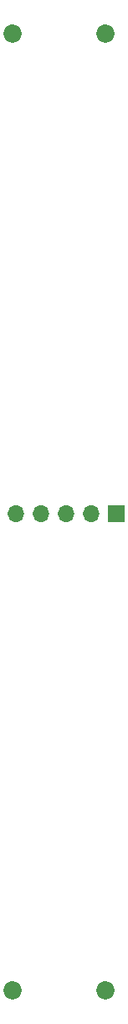
<source format=gbl>
G04 #@! TF.FileFunction,Copper,L2,Bot,Signal*
%FSLAX46Y46*%
G04 Gerber Fmt 4.6, Leading zero omitted, Abs format (unit mm)*
G04 Created by KiCad (PCBNEW 4.0.7) date 02/21/18 20:26:29*
%MOMM*%
%LPD*%
G01*
G04 APERTURE LIST*
%ADD10C,0.100000*%
%ADD11R,1.700000X1.700000*%
%ADD12O,1.700000X1.700000*%
%ADD13C,1.850000*%
G04 APERTURE END LIST*
D10*
D11*
X142320000Y-97340000D03*
D12*
X139780000Y-97340000D03*
X137240000Y-97340000D03*
X134700000Y-97340000D03*
X132160000Y-97340000D03*
D13*
X131780000Y-145370000D03*
X141180000Y-145370000D03*
X131780000Y-48980000D03*
X141180000Y-48980000D03*
M02*

</source>
